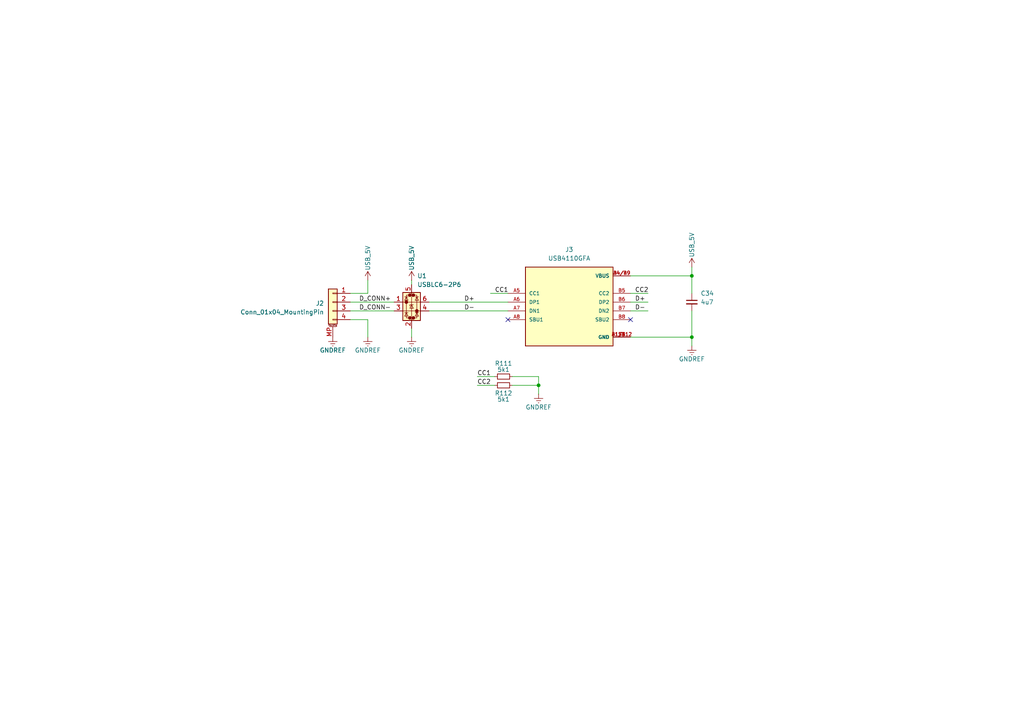
<source format=kicad_sch>
(kicad_sch (version 20231120) (generator "eeschema") (generator_version "8.0")
  (paper "A4")
  (lib_symbols
    (symbol "Argus-Connectors:USB4110GFA" (pin_names (offset 1.016))
      (property "Reference" "J" (at -12.7 11.43 0))
      (property "Value" "USB4110GFA" (at -12.7 -15.24 0))
      (symbol "USB4110GFA_0_0"
        (rectangle (start -12.7 -12.7) (end 12.7 10.16) (stroke (width 0.254)) (fill (type background)))
        (pin power_in line (at 17.78 -10.16 180) (length 5.08) (name "GND") (number "A1/B12"))
        (pin power_in line (at 17.78 7.62 180) (length 5.08) (name "VBUS") (number "A4/B9"))
        (pin bidirectional line (at -17.78 2.54 0) (length 5.08) (name "CC1") (number "A5"))
        (pin bidirectional line (at -17.78 0 0) (length 5.08) (name "DP1") (number "A6"))
        (pin bidirectional line (at -17.78 -2.54 0) (length 5.08) (name "DN1") (number "A7"))
        (pin bidirectional line (at -17.78 -5.08 0) (length 5.08) (name "SBU1") (number "A8"))
        (pin power_in line (at 17.78 -10.16 180) (length 5.08) (name "GND") (number "B1/A12"))
        (pin power_in line (at 17.78 7.62 180) (length 5.08) (name "VBUS") (number "B4/A9"))
        (pin bidirectional line (at 17.78 2.54 180) (length 5.08) (name "CC2") (number "B5"))
        (pin bidirectional line (at 17.78 0 180) (length 5.08) (name "DP2") (number "B6"))
        (pin bidirectional line (at 17.78 -2.54 180) (length 5.08) (name "DN2") (number "B7"))
        (pin bidirectional line (at 17.78 -5.08 180) (length 5.08) (name "SBU2") (number "B8"))
        (pin power_in line (at 17.78 -10.16 180) (length 5.08) (name "GND") (number "S1"))
        (pin power_in line (at 17.78 -10.16 180) (length 5.08) (name "GND") (number "S2"))
        (pin power_in line (at 17.78 -10.16 180) (length 5.08) (name "GND") (number "S3"))
        (pin power_in line (at 17.78 -10.16 180) (length 5.08) (name "GND") (number "S4"))
      )
    )
    (symbol "Connector_Generic_MountingPin:Conn_01x04_MountingPin" (pin_names (offset 1.016) hide)
      (property "Reference" "J" (at 0 5.08 0))
      (property "Value" "Conn_01x04_MountingPin" (at 1.27 -7.62 0))
      (symbol "Conn_01x04_MountingPin_1_1"
        (rectangle (start -1.27 -4.953) (end 0 -5.207) (stroke (width 0.1524)))
        (rectangle (start -1.27 -2.413) (end 0 -2.667) (stroke (width 0.1524)))
        (rectangle (start -1.27 0.127) (end 0 -0.127) (stroke (width 0.1524)))
        (rectangle (start -1.27 2.667) (end 0 2.413) (stroke (width 0.1524)))
        (rectangle (start -1.27 3.81) (end 1.27 -6.35) (stroke (width 0.254)) (fill (type background)))
        (polyline (pts (xy -1.016 -7.112) (xy 1.016 -7.112)) (stroke (width 0.1524)))
        (text "Mounting" (at 0 -6.731 0) (effects (font (size 0.381 0.381))))
        (pin passive line (at -5.08 2.54 0) (length 3.81) (name "Pin_1") (number "1"))
        (pin passive line (at -5.08 0 0) (length 3.81) (name "Pin_2") (number "2"))
        (pin passive line (at -5.08 -2.54 0) (length 3.81) (name "Pin_3") (number "3"))
        (pin passive line (at -5.08 -5.08 0) (length 3.81) (name "Pin_4") (number "4"))
        (pin passive line (at 0 -10.16 90) (length 3.048) (name "MountPin") (number "MP"))
      )
    )
    (symbol "Device:C_Small" (pin_numbers hide) (pin_names (offset 0.254) hide)
      (property "Reference" "C" (at 0.254 1.778 0))
      (property "Value" "C_Small" (at 0.254 -2.032 0))
      (symbol "C_Small_0_1"
        (polyline (pts (xy -1.524 -0.508) (xy 1.524 -0.508)) (stroke (width 0.3302)))
        (polyline (pts (xy -1.524 0.508) (xy 1.524 0.508)) (stroke (width 0.3048)))
      )
      (symbol "C_Small_1_1"
        (pin passive line (at 0 2.54 270) (length 2.032) (name "~") (number "1"))
        (pin passive line (at 0 -2.54 90) (length 2.032) (name "~") (number "2"))
      )
    )
    (symbol "Device:R_Small" (pin_numbers hide) (pin_names (offset 0.254) hide)
      (property "Reference" "R" (at 0.762 0.508 0))
      (property "Value" "R_Small" (at 0.762 -1.016 0))
      (symbol "R_Small_0_1"
        (rectangle (start -0.762 1.778) (end 0.762 -1.778) (stroke (width 0.2032)))
      )
      (symbol "R_Small_1_1"
        (pin passive line (at 0 2.54 270) (length 0.762) (name "~") (number "1"))
        (pin passive line (at 0 -2.54 90) (length 0.762) (name "~") (number "2"))
      )
    )
    (symbol "Power_Protection:USBLC6-2P6" (pin_names hide)
      (property "Reference" "U" (at 0.635 5.715 0))
      (property "Value" "USBLC6-2P6" (at 0.635 3.81 0))
      (symbol "USBLC6-2P6_0_0"
        (circle (center -1.524 0) (radius 0.0001) (stroke (width 0.508)))
        (circle (center -0.508 -4.572) (radius 0.0001) (stroke (width 0.508)))
        (circle (center -0.508 2.032) (radius 0.0001) (stroke (width 0.508)))
        (circle (center 0.508 -4.572) (radius 0.0001) (stroke (width 0.508)))
        (circle (center 0.508 2.032) (radius 0.0001) (stroke (width 0.508)))
        (circle (center 1.524 -2.54) (radius 0.0001) (stroke (width 0.508)))
      )
      (symbol "USBLC6-2P6_0_1"
        (polyline (pts (xy -2.54 -2.54) (xy 2.54 -2.54)))
        (polyline (pts (xy -2.54 0) (xy 2.54 0)))
        (polyline (pts (xy -2.032 -3.048) (xy -1.016 -3.048)))
        (polyline (pts (xy -1.016 1.524) (xy -2.032 1.524)))
        (polyline (pts (xy 1.016 -3.048) (xy 2.032 -3.048)))
        (polyline (pts (xy 1.016 1.524) (xy 2.032 1.524)))
        (polyline (pts (xy -0.508 -1.143) (xy -0.508 -0.762) (xy 0.508 -0.762)))
        (polyline (pts (xy -2.032 0.508) (xy -1.016 0.508) (xy -1.524 1.524) (xy -2.032 0.508)))
        (polyline (pts (xy -1.016 -4.064) (xy -2.032 -4.064) (xy -1.524 -3.048) (xy -1.016 -4.064)))
        (polyline (pts (xy 0.508 -1.778) (xy -0.508 -1.778) (xy 0 -0.762) (xy 0.508 -1.778)))
        (polyline (pts (xy 2.032 -4.064) (xy 1.016 -4.064) (xy 1.524 -3.048) (xy 2.032 -4.064)))
        (polyline (pts (xy 2.032 0.508) (xy 1.016 0.508) (xy 1.524 1.524) (xy 2.032 0.508)))
        (polyline (pts (xy 0 2.54) (xy -0.508 2.032) (xy 0.508 2.032) (xy 0 1.524) (xy 0 -4.064) (xy -0.508 -4.572) (xy 0.508 -4.572) (xy 0 -5.08)))
      )
      (symbol "USBLC6-2P6_1_1"
        (rectangle (start -2.54 2.794) (end 2.54 -5.334) (stroke (width 0.254)) (fill (type background)))
        (polyline (pts (xy -0.508 2.032) (xy -1.524 2.032) (xy -1.524 -4.572) (xy -0.508 -4.572)))
        (polyline (pts (xy 0.508 -4.572) (xy 1.524 -4.572) (xy 1.524 2.032) (xy 0.508 2.032)))
        (pin passive line (at -5.08 0 0) (length 2.54) (name "I/O1") (number "1"))
        (pin passive line (at 0 -7.62 90) (length 2.54) (name "GND") (number "2"))
        (pin passive line (at -5.08 -2.54 0) (length 2.54) (name "I/O2") (number "3"))
        (pin passive line (at 5.08 -2.54 180) (length 2.54) (name "I/O2") (number "4"))
        (pin passive line (at 0 5.08 270) (length 2.54) (name "VBUS") (number "5"))
        (pin passive line (at 5.08 0 180) (length 2.54) (name "I/O1") (number "6"))
      )
    )
    (symbol "power:+3.3V" (power) (pin_numbers hide) (pin_names (offset 0) hide)
      (property "Value" "+3.3V" (at 0 3.556 0))
      (symbol "+3.3V_0_1"
        (polyline (pts (xy -0.762 1.27) (xy 0 2.54)))
        (polyline (pts (xy 0 0) (xy 0 2.54)))
        (polyline (pts (xy 0 2.54) (xy 0.762 1.27)))
      )
      (symbol "+3.3V_1_1"
        (pin power_in line (at 0 0 90) (length 0) (name "~") (number "1"))
      )
    )
    (symbol "power:GNDREF" (power) (pin_numbers hide) (pin_names (offset 0) hide)
      (property "Value" "GNDREF" (at 0 -3.81 0))
      (symbol "GNDREF_0_1"
        (polyline (pts (xy -0.635 -1.905) (xy 0.635 -1.905)))
        (polyline (pts (xy -0.127 -2.54) (xy 0.127 -2.54)))
        (polyline (pts (xy 0 -1.27) (xy 0 0)))
        (polyline (pts (xy 1.27 -1.27) (xy -1.27 -1.27)))
      )
      (symbol "GNDREF_1_1"
        (pin power_in line (at 0 0 270) (length 0) (name "~") (number "1"))
      )
    )
  )
  (junction (at 200.66 97.79))
  (junction (at 156.21 111.76))
  (junction (at 200.66 80.01))
  (no_connect (at 147.32 92.71))
  (no_connect (at 182.88 92.71))
  (wire (pts (xy 138.43 109.22) (xy 143.51 109.22)))
  (wire (pts (xy 106.68 92.71) (xy 101.6 92.71)))
  (wire (pts (xy 200.66 80.01) (xy 200.66 77.47)))
  (wire (pts (xy 182.88 80.01) (xy 200.66 80.01)))
  (wire (pts (xy 119.38 97.79) (xy 119.38 95.25)))
  (wire (pts (xy 182.88 97.79) (xy 200.66 97.79)))
  (wire (pts (xy 156.21 109.22) (xy 148.59 109.22)))
  (wire (pts (xy 182.88 85.09) (xy 187.96 85.09)))
  (wire (pts (xy 148.59 111.76) (xy 156.21 111.76)))
  (wire (pts (xy 124.46 90.17) (xy 147.32 90.17)))
  (wire (pts (xy 156.21 111.76) (xy 156.21 109.22)))
  (wire (pts (xy 124.46 87.63) (xy 147.32 87.63)))
  (wire (pts (xy 101.6 87.63) (xy 114.3 87.63)))
  (wire (pts (xy 142.24 85.09) (xy 147.32 85.09)))
  (wire (pts (xy 200.66 100.33) (xy 200.66 97.79)))
  (wire (pts (xy 200.66 80.01) (xy 200.66 85.09)))
  (wire (pts (xy 106.68 81.28) (xy 106.68 85.09)))
  (wire (pts (xy 182.88 87.63) (xy 187.96 87.63)))
  (wire (pts (xy 106.68 97.79) (xy 106.68 92.71)))
  (wire (pts (xy 182.88 90.17) (xy 187.96 90.17)))
  (wire (pts (xy 200.66 97.79) (xy 200.66 90.17)))
  (wire (pts (xy 119.38 81.28) (xy 119.38 82.55)))
  (wire (pts (xy 138.43 111.76) (xy 143.51 111.76)))
  (wire (pts (xy 101.6 85.09) (xy 106.68 85.09)))
  (wire (pts (xy 156.21 114.3) (xy 156.21 111.76)))
  (wire (pts (xy 101.6 90.17) (xy 114.3 90.17)))
  (label "CC1" (at 138.43 109.22 0))
  (label "D-" (at 184.15 90.17 0))
  (label "D-" (at 134.62 90.17 0))
  (label "CC2" (at 138.43 111.76 0))
  (label "D_CONN+" (at 104.14 87.63 0))
  (label "CC1" (at 143.51 85.09 0))
  (label "CC2" (at 184.15 85.09 0))
  (label "D+" (at 184.15 87.63 0))
  (label "D+" (at 134.62 87.63 0))
  (label "D_CONN-" (at 104.14 90.17 0))
  (symbol (lib_id "power:+3.3V") (at 119.38 81.28 0) (unit 1)
    (property "Reference" "#SUPPLY04" (effects (hide yes)))
    (property "Value" "USB_5V" (at 119.38 78.486 90) (effects (justify left)))
    (property "Description" "Power symbol creates a global label with name \"+3.3V\"" (effects (hide yes)))
  )
  (symbol (lib_id "power:GNDREF") (at 96.52 97.79 0) (unit 1)
    (property "Reference" "#PWR04" (effects (hide yes)))
    (property "Value" "GNDREF" (at 96.52 101.6 0))
    (property "Description" "Power symbol creates a global label with name \"GNDREF\" , reference supply ground" (effects (hide yes)))
  )
  (symbol (lib_id "power:GNDREF") (at 106.68 97.79 0) (unit 1)
    (property "Reference" "#PWR058" (effects (hide yes)))
    (property "Value" "GNDREF" (at 106.68 101.6 0))
    (property "Description" "Power symbol creates a global label with name \"GNDREF\" , reference supply ground" (effects (hide yes)))
  )
  (symbol (lib_id "Device:R_Small") (at 146.05 111.76 270) (mirror x) (unit 1)
    (property "Reference" "R112" (at 146.05 114.046 90))
    (property "Value" "5k1" (at 146.05 115.824 90))
    (property "Footprint" "Resistor_SMD:R_0603_1608Metric" (effects (hide yes)))
    (property "Description" "Resistor, small symbol" (effects (hide yes)))
  )
  (symbol (lib_id "Argus-Connectors:USB4110GFA") (at 165.1 87.63 0) (unit 1)
    (property "Reference" "J3" (at 165.1 72.39 0))
    (property "Value" "USB4110GFA" (at 165.1 74.93 0))
    (property "Footprint" "Argus-Connectors:GCT_USB4110GFA" (effects (hide yes)))
    (property "DigiKey_Part_Number" "2073-USB4110-GF-A-2-ND" (effects (hide yes)))
    (property "MF" "GCT" (effects (hide yes)))
    (property "Description_1" "\n                        \n                            USB-C (USB TYPE-C) USB 2.0 Receptacle Connector 24 (16+8 Dummy) Position Surface Mount, Right Angle; Through Hole\n                        \n" (effects (hide yes)))
    (property "Package" "None" (effects (hide yes)))
    (property "Price" "None" (effects (hide yes)))
    (property "SnapEDA_Link" "https://www.snapeda.com/parts/USB4110-GF-A/Global+Connector+Technology/view-part/?ref=snap" (effects (hide yes)))
    (property "MP" "USB4110-GF-A" (effects (hide yes)))
    (property "Availability" "In Stock" (effects (hide yes)))
    (property "Check_prices" "https://www.snapeda.com/parts/USB4110-GF-A/Global+Connector+Technology/view-part/?ref=eda" (effects (hide yes)))
  )
  (symbol (lib_id "power:GNDREF") (at 200.66 100.33 0) (unit 1)
    (property "Reference" "#PWR066" (effects (hide yes)))
    (property "Value" "GNDREF" (at 200.66 104.14 0))
    (property "Description" "Power symbol creates a global label with name \"GNDREF\" , reference supply ground" (effects (hide yes)))
  )
  (symbol (lib_id "Power_Protection:USBLC6-2P6") (at 119.38 87.63 0) (unit 1)
    (property "Reference" "U1" (at 121.0311 80.01 0) (effects (justify left)))
    (property "Value" "USBLC6-2P6" (at 121.0311 82.55 0) (effects (justify left)))
    (property "Footprint" "Package_TO_SOT_SMD:SOT-666" (effects (hide yes)))
    (property "Datasheet" "https://www.st.com/resource/en/datasheet/usblc6-2.pdf" (effects (hide yes)))
    (property "Description" "Very low capacitance ESD protection diode, 2 data-line, SOT-666" (effects (hide yes)))
  )
  (symbol (lib_id "Connector_Generic_MountingPin:Conn_01x04_MountingPin") (at 96.52 87.63 0) (mirror y) (unit 1)
    (property "Reference" "J2" (at 93.98 87.9855 0) (effects (justify left)))
    (property "Value" "Conn_01x04_MountingPin" (at 93.98 90.5255 0) (effects (justify left)))
    (property "Footprint" "Argus-Connectors:Molex_200528-0040_1x04-1MP_P1.00mm_Horizontal" (effects (hide yes)))
    (property "Description" "Generic connectable mounting pin connector, single row, 01x04, script generated (kicad-library-utils/schlib/autogen/connector/)" (effects (hide yes)))
  )
  (symbol (lib_id "power:+3.3V") (at 106.68 81.28 0) (unit 1)
    (property "Reference" "#SUPPLY03" (effects (hide yes)))
    (property "Value" "USB_5V" (at 106.68 78.486 90) (effects (justify left)))
    (property "Description" "Power symbol creates a global label with name \"+3.3V\"" (effects (hide yes)))
  )
  (symbol (lib_id "power:GNDREF") (at 119.38 97.79 0) (unit 1)
    (property "Reference" "#PWR060" (effects (hide yes)))
    (property "Value" "GNDREF" (at 119.38 101.6 0))
    (property "Description" "Power symbol creates a global label with name \"GNDREF\" , reference supply ground" (effects (hide yes)))
  )
  (symbol (lib_id "Device:R_Small") (at 146.05 109.22 270) (mirror x) (unit 1)
    (property "Reference" "R111" (at 146.05 105.41 90))
    (property "Value" "5k1" (at 146.05 107.188 90))
    (property "Footprint" "Resistor_SMD:R_0603_1608Metric" (effects (hide yes)))
    (property "Description" "Resistor, small symbol" (effects (hide yes)))
  )
  (symbol (lib_id "power:+3.3V") (at 200.66 77.47 0) (unit 1)
    (property "Reference" "#SUPPLY09" (effects (hide yes)))
    (property "Value" "USB_5V" (at 200.66 74.676 90) (effects (justify left)))
    (property "Description" "Power symbol creates a global label with name \"+3.3V\"" (effects (hide yes)))
  )
  (symbol (lib_id "Device:C_Small") (at 200.66 87.63 0) (unit 1)
    (property "Reference" "C34" (at 203.2 85.09 0) (effects (justify left)))
    (property "Value" "4u7" (at 203.2 87.63 0) (effects (justify left)))
    (property "Footprint" "Capacitor_SMD:C_0603_1608Metric" (effects (hide yes)))
    (property "Description" "4.7uF +-20% 10V X5R" (effects (hide yes)))
  )
  (symbol (lib_id "power:GNDREF") (at 156.21 114.3 0) (unit 1)
    (property "Reference" "#PWR062" (effects (hide yes)))
    (property "Value" "GNDREF" (at 156.21 118.11 0))
    (property "Description" "Power symbol creates a global label with name \"GNDREF\" , reference supply ground" (effects (hide yes)))
  )
)
</source>
